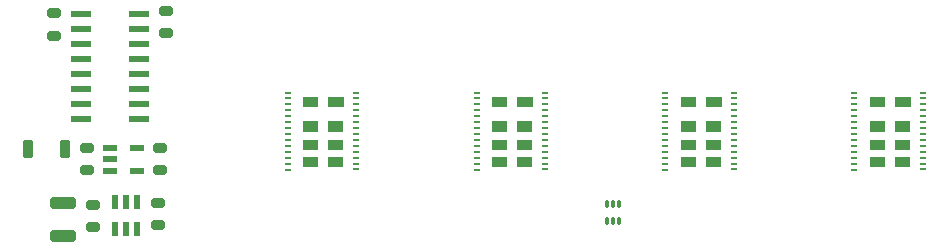
<source format=gtp>
G04 #@! TF.GenerationSoftware,KiCad,Pcbnew,7.0.7-7.0.7~ubuntu22.04.1*
G04 #@! TF.CreationDate,2024-03-13T22:54:31+01:00*
G04 #@! TF.ProjectId,flexaxe,666c6578-6178-4652-9e6b-696361645f70,rev?*
G04 #@! TF.SameCoordinates,Original*
G04 #@! TF.FileFunction,Paste,Top*
G04 #@! TF.FilePolarity,Positive*
%FSLAX46Y46*%
G04 Gerber Fmt 4.6, Leading zero omitted, Abs format (unit mm)*
G04 Created by KiCad (PCBNEW 7.0.7-7.0.7~ubuntu22.04.1) date 2024-03-13 22:54:31*
%MOMM*%
%LPD*%
G01*
G04 APERTURE LIST*
G04 Aperture macros list*
%AMRoundRect*
0 Rectangle with rounded corners*
0 $1 Rounding radius*
0 $2 $3 $4 $5 $6 $7 $8 $9 X,Y pos of 4 corners*
0 Add a 4 corners polygon primitive as box body*
4,1,4,$2,$3,$4,$5,$6,$7,$8,$9,$2,$3,0*
0 Add four circle primitives for the rounded corners*
1,1,$1+$1,$2,$3*
1,1,$1+$1,$4,$5*
1,1,$1+$1,$6,$7*
1,1,$1+$1,$8,$9*
0 Add four rect primitives between the rounded corners*
20,1,$1+$1,$2,$3,$4,$5,0*
20,1,$1+$1,$4,$5,$6,$7,0*
20,1,$1+$1,$6,$7,$8,$9,0*
20,1,$1+$1,$8,$9,$2,$3,0*%
G04 Aperture macros list end*
%ADD10C,0.001000*%
%ADD11RoundRect,0.150000X-0.430000X0.250000X-0.430000X-0.250000X0.430000X-0.250000X0.430000X0.250000X0*%
%ADD12R,0.633600X0.176800*%
%ADD13RoundRect,0.017500X0.222500X-0.512500X0.222500X0.512500X-0.222500X0.512500X-0.222500X-0.512500X0*%
%ADD14RoundRect,0.017500X-0.512500X-0.222500X0.512500X-0.222500X0.512500X0.222500X-0.512500X0.222500X0*%
%ADD15RoundRect,0.000000X-0.780000X-0.240000X0.780000X-0.240000X0.780000X0.240000X-0.780000X0.240000X0*%
%ADD16RoundRect,0.000000X0.120000X-0.268000X0.120000X0.268000X-0.120000X0.268000X-0.120000X-0.268000X0*%
%ADD17RoundRect,0.125000X-0.935000X0.375000X-0.935000X-0.375000X0.935000X-0.375000X0.935000X0.375000X0*%
%ADD18RoundRect,0.145000X-0.275000X-0.615000X0.275000X-0.615000X0.275000X0.615000X-0.275000X0.615000X0*%
G04 APERTURE END LIST*
D10*
X123454000Y-81425000D02*
X124654000Y-81425000D01*
X124654000Y-81425000D02*
X124654000Y-82215000D01*
X124654000Y-82215000D02*
X123454000Y-82215000D01*
X123454000Y-82215000D02*
X123454000Y-81425000D01*
G36*
X123454000Y-81425000D02*
G01*
X124654000Y-81425000D01*
X124654000Y-82215000D01*
X123454000Y-82215000D01*
X123454000Y-81425000D01*
G37*
X123454000Y-84455000D02*
X124654000Y-84455000D01*
X124654000Y-84455000D02*
X124654000Y-85245000D01*
X124654000Y-85245000D02*
X123454000Y-85245000D01*
X123454000Y-85245000D02*
X123454000Y-84455000D01*
G36*
X123454000Y-84455000D02*
G01*
X124654000Y-84455000D01*
X124654000Y-85245000D01*
X123454000Y-85245000D01*
X123454000Y-84455000D01*
G37*
X123474000Y-83015000D02*
X124674000Y-83015000D01*
X124674000Y-83015000D02*
X124674000Y-83805000D01*
X124674000Y-83805000D02*
X123474000Y-83805000D01*
X123474000Y-83805000D02*
X123474000Y-83015000D01*
G36*
X123474000Y-83015000D02*
G01*
X124674000Y-83015000D01*
X124674000Y-83805000D01*
X123474000Y-83805000D01*
X123474000Y-83015000D01*
G37*
X123504000Y-79345000D02*
X124704000Y-79345000D01*
X124704000Y-79345000D02*
X124704000Y-80135000D01*
X124704000Y-80135000D02*
X123504000Y-80135000D01*
X123504000Y-80135000D02*
X123504000Y-79345000D01*
G36*
X123504000Y-79345000D02*
G01*
X124704000Y-79345000D01*
X124704000Y-80135000D01*
X123504000Y-80135000D01*
X123504000Y-79345000D01*
G37*
X125584000Y-81420000D02*
X126784000Y-81420000D01*
X126784000Y-81420000D02*
X126784000Y-82210000D01*
X126784000Y-82210000D02*
X125584000Y-82210000D01*
X125584000Y-82210000D02*
X125584000Y-81420000D01*
G36*
X125584000Y-81420000D02*
G01*
X126784000Y-81420000D01*
X126784000Y-82210000D01*
X125584000Y-82210000D01*
X125584000Y-81420000D01*
G37*
X125584000Y-84450000D02*
X126784000Y-84450000D01*
X126784000Y-84450000D02*
X126784000Y-85240000D01*
X126784000Y-85240000D02*
X125584000Y-85240000D01*
X125584000Y-85240000D02*
X125584000Y-84450000D01*
G36*
X125584000Y-84450000D02*
G01*
X126784000Y-84450000D01*
X126784000Y-85240000D01*
X125584000Y-85240000D01*
X125584000Y-84450000D01*
G37*
X125604000Y-83010000D02*
X126804000Y-83010000D01*
X126804000Y-83010000D02*
X126804000Y-83800000D01*
X126804000Y-83800000D02*
X125604000Y-83800000D01*
X125604000Y-83800000D02*
X125604000Y-83010000D01*
G36*
X125604000Y-83010000D02*
G01*
X126804000Y-83010000D01*
X126804000Y-83800000D01*
X125604000Y-83800000D01*
X125604000Y-83010000D01*
G37*
X125634000Y-79340000D02*
X126834000Y-79340000D01*
X126834000Y-79340000D02*
X126834000Y-80130000D01*
X126834000Y-80130000D02*
X125634000Y-80130000D01*
X125634000Y-80130000D02*
X125634000Y-79340000D01*
G36*
X125634000Y-79340000D02*
G01*
X126834000Y-79340000D01*
X126834000Y-80130000D01*
X125634000Y-80130000D01*
X125634000Y-79340000D01*
G37*
X139454000Y-81425000D02*
X140654000Y-81425000D01*
X140654000Y-81425000D02*
X140654000Y-82215000D01*
X140654000Y-82215000D02*
X139454000Y-82215000D01*
X139454000Y-82215000D02*
X139454000Y-81425000D01*
G36*
X139454000Y-81425000D02*
G01*
X140654000Y-81425000D01*
X140654000Y-82215000D01*
X139454000Y-82215000D01*
X139454000Y-81425000D01*
G37*
X139454000Y-84455000D02*
X140654000Y-84455000D01*
X140654000Y-84455000D02*
X140654000Y-85245000D01*
X140654000Y-85245000D02*
X139454000Y-85245000D01*
X139454000Y-85245000D02*
X139454000Y-84455000D01*
G36*
X139454000Y-84455000D02*
G01*
X140654000Y-84455000D01*
X140654000Y-85245000D01*
X139454000Y-85245000D01*
X139454000Y-84455000D01*
G37*
X139474000Y-83015000D02*
X140674000Y-83015000D01*
X140674000Y-83015000D02*
X140674000Y-83805000D01*
X140674000Y-83805000D02*
X139474000Y-83805000D01*
X139474000Y-83805000D02*
X139474000Y-83015000D01*
G36*
X139474000Y-83015000D02*
G01*
X140674000Y-83015000D01*
X140674000Y-83805000D01*
X139474000Y-83805000D01*
X139474000Y-83015000D01*
G37*
X139504000Y-79345000D02*
X140704000Y-79345000D01*
X140704000Y-79345000D02*
X140704000Y-80135000D01*
X140704000Y-80135000D02*
X139504000Y-80135000D01*
X139504000Y-80135000D02*
X139504000Y-79345000D01*
G36*
X139504000Y-79345000D02*
G01*
X140704000Y-79345000D01*
X140704000Y-80135000D01*
X139504000Y-80135000D01*
X139504000Y-79345000D01*
G37*
X141584000Y-81420000D02*
X142784000Y-81420000D01*
X142784000Y-81420000D02*
X142784000Y-82210000D01*
X142784000Y-82210000D02*
X141584000Y-82210000D01*
X141584000Y-82210000D02*
X141584000Y-81420000D01*
G36*
X141584000Y-81420000D02*
G01*
X142784000Y-81420000D01*
X142784000Y-82210000D01*
X141584000Y-82210000D01*
X141584000Y-81420000D01*
G37*
X141584000Y-84450000D02*
X142784000Y-84450000D01*
X142784000Y-84450000D02*
X142784000Y-85240000D01*
X142784000Y-85240000D02*
X141584000Y-85240000D01*
X141584000Y-85240000D02*
X141584000Y-84450000D01*
G36*
X141584000Y-84450000D02*
G01*
X142784000Y-84450000D01*
X142784000Y-85240000D01*
X141584000Y-85240000D01*
X141584000Y-84450000D01*
G37*
X141604000Y-83010000D02*
X142804000Y-83010000D01*
X142804000Y-83010000D02*
X142804000Y-83800000D01*
X142804000Y-83800000D02*
X141604000Y-83800000D01*
X141604000Y-83800000D02*
X141604000Y-83010000D01*
G36*
X141604000Y-83010000D02*
G01*
X142804000Y-83010000D01*
X142804000Y-83800000D01*
X141604000Y-83800000D01*
X141604000Y-83010000D01*
G37*
X141634000Y-79340000D02*
X142834000Y-79340000D01*
X142834000Y-79340000D02*
X142834000Y-80130000D01*
X142834000Y-80130000D02*
X141634000Y-80130000D01*
X141634000Y-80130000D02*
X141634000Y-79340000D01*
G36*
X141634000Y-79340000D02*
G01*
X142834000Y-79340000D01*
X142834000Y-80130000D01*
X141634000Y-80130000D01*
X141634000Y-79340000D01*
G37*
X171454000Y-81425000D02*
X172654000Y-81425000D01*
X172654000Y-81425000D02*
X172654000Y-82215000D01*
X172654000Y-82215000D02*
X171454000Y-82215000D01*
X171454000Y-82215000D02*
X171454000Y-81425000D01*
G36*
X171454000Y-81425000D02*
G01*
X172654000Y-81425000D01*
X172654000Y-82215000D01*
X171454000Y-82215000D01*
X171454000Y-81425000D01*
G37*
X171454000Y-84455000D02*
X172654000Y-84455000D01*
X172654000Y-84455000D02*
X172654000Y-85245000D01*
X172654000Y-85245000D02*
X171454000Y-85245000D01*
X171454000Y-85245000D02*
X171454000Y-84455000D01*
G36*
X171454000Y-84455000D02*
G01*
X172654000Y-84455000D01*
X172654000Y-85245000D01*
X171454000Y-85245000D01*
X171454000Y-84455000D01*
G37*
X171474000Y-83015000D02*
X172674000Y-83015000D01*
X172674000Y-83015000D02*
X172674000Y-83805000D01*
X172674000Y-83805000D02*
X171474000Y-83805000D01*
X171474000Y-83805000D02*
X171474000Y-83015000D01*
G36*
X171474000Y-83015000D02*
G01*
X172674000Y-83015000D01*
X172674000Y-83805000D01*
X171474000Y-83805000D01*
X171474000Y-83015000D01*
G37*
X171504000Y-79345000D02*
X172704000Y-79345000D01*
X172704000Y-79345000D02*
X172704000Y-80135000D01*
X172704000Y-80135000D02*
X171504000Y-80135000D01*
X171504000Y-80135000D02*
X171504000Y-79345000D01*
G36*
X171504000Y-79345000D02*
G01*
X172704000Y-79345000D01*
X172704000Y-80135000D01*
X171504000Y-80135000D01*
X171504000Y-79345000D01*
G37*
X173584000Y-81420000D02*
X174784000Y-81420000D01*
X174784000Y-81420000D02*
X174784000Y-82210000D01*
X174784000Y-82210000D02*
X173584000Y-82210000D01*
X173584000Y-82210000D02*
X173584000Y-81420000D01*
G36*
X173584000Y-81420000D02*
G01*
X174784000Y-81420000D01*
X174784000Y-82210000D01*
X173584000Y-82210000D01*
X173584000Y-81420000D01*
G37*
X173584000Y-84450000D02*
X174784000Y-84450000D01*
X174784000Y-84450000D02*
X174784000Y-85240000D01*
X174784000Y-85240000D02*
X173584000Y-85240000D01*
X173584000Y-85240000D02*
X173584000Y-84450000D01*
G36*
X173584000Y-84450000D02*
G01*
X174784000Y-84450000D01*
X174784000Y-85240000D01*
X173584000Y-85240000D01*
X173584000Y-84450000D01*
G37*
X173604000Y-83010000D02*
X174804000Y-83010000D01*
X174804000Y-83010000D02*
X174804000Y-83800000D01*
X174804000Y-83800000D02*
X173604000Y-83800000D01*
X173604000Y-83800000D02*
X173604000Y-83010000D01*
G36*
X173604000Y-83010000D02*
G01*
X174804000Y-83010000D01*
X174804000Y-83800000D01*
X173604000Y-83800000D01*
X173604000Y-83010000D01*
G37*
X173634000Y-79340000D02*
X174834000Y-79340000D01*
X174834000Y-79340000D02*
X174834000Y-80130000D01*
X174834000Y-80130000D02*
X173634000Y-80130000D01*
X173634000Y-80130000D02*
X173634000Y-79340000D01*
G36*
X173634000Y-79340000D02*
G01*
X174834000Y-79340000D01*
X174834000Y-80130000D01*
X173634000Y-80130000D01*
X173634000Y-79340000D01*
G37*
X155454000Y-81425000D02*
X156654000Y-81425000D01*
X156654000Y-81425000D02*
X156654000Y-82215000D01*
X156654000Y-82215000D02*
X155454000Y-82215000D01*
X155454000Y-82215000D02*
X155454000Y-81425000D01*
G36*
X155454000Y-81425000D02*
G01*
X156654000Y-81425000D01*
X156654000Y-82215000D01*
X155454000Y-82215000D01*
X155454000Y-81425000D01*
G37*
X155454000Y-84455000D02*
X156654000Y-84455000D01*
X156654000Y-84455000D02*
X156654000Y-85245000D01*
X156654000Y-85245000D02*
X155454000Y-85245000D01*
X155454000Y-85245000D02*
X155454000Y-84455000D01*
G36*
X155454000Y-84455000D02*
G01*
X156654000Y-84455000D01*
X156654000Y-85245000D01*
X155454000Y-85245000D01*
X155454000Y-84455000D01*
G37*
X155474000Y-83015000D02*
X156674000Y-83015000D01*
X156674000Y-83015000D02*
X156674000Y-83805000D01*
X156674000Y-83805000D02*
X155474000Y-83805000D01*
X155474000Y-83805000D02*
X155474000Y-83015000D01*
G36*
X155474000Y-83015000D02*
G01*
X156674000Y-83015000D01*
X156674000Y-83805000D01*
X155474000Y-83805000D01*
X155474000Y-83015000D01*
G37*
X155504000Y-79345000D02*
X156704000Y-79345000D01*
X156704000Y-79345000D02*
X156704000Y-80135000D01*
X156704000Y-80135000D02*
X155504000Y-80135000D01*
X155504000Y-80135000D02*
X155504000Y-79345000D01*
G36*
X155504000Y-79345000D02*
G01*
X156704000Y-79345000D01*
X156704000Y-80135000D01*
X155504000Y-80135000D01*
X155504000Y-79345000D01*
G37*
X157584000Y-81420000D02*
X158784000Y-81420000D01*
X158784000Y-81420000D02*
X158784000Y-82210000D01*
X158784000Y-82210000D02*
X157584000Y-82210000D01*
X157584000Y-82210000D02*
X157584000Y-81420000D01*
G36*
X157584000Y-81420000D02*
G01*
X158784000Y-81420000D01*
X158784000Y-82210000D01*
X157584000Y-82210000D01*
X157584000Y-81420000D01*
G37*
X157584000Y-84450000D02*
X158784000Y-84450000D01*
X158784000Y-84450000D02*
X158784000Y-85240000D01*
X158784000Y-85240000D02*
X157584000Y-85240000D01*
X157584000Y-85240000D02*
X157584000Y-84450000D01*
G36*
X157584000Y-84450000D02*
G01*
X158784000Y-84450000D01*
X158784000Y-85240000D01*
X157584000Y-85240000D01*
X157584000Y-84450000D01*
G37*
X157604000Y-83010000D02*
X158804000Y-83010000D01*
X158804000Y-83010000D02*
X158804000Y-83800000D01*
X158804000Y-83800000D02*
X157604000Y-83800000D01*
X157604000Y-83800000D02*
X157604000Y-83010000D01*
G36*
X157604000Y-83010000D02*
G01*
X158804000Y-83010000D01*
X158804000Y-83800000D01*
X157604000Y-83800000D01*
X157604000Y-83010000D01*
G37*
X157634000Y-79340000D02*
X158834000Y-79340000D01*
X158834000Y-79340000D02*
X158834000Y-80130000D01*
X158834000Y-80130000D02*
X157634000Y-80130000D01*
X157634000Y-80130000D02*
X157634000Y-79340000D01*
G36*
X157634000Y-79340000D02*
G01*
X158834000Y-79340000D01*
X158834000Y-80130000D01*
X157634000Y-80130000D01*
X157634000Y-79340000D01*
G37*
D11*
X111229000Y-88300000D03*
X111229000Y-90200000D03*
D12*
X122168000Y-78987000D03*
X122168000Y-79489000D03*
X122168000Y-79991000D03*
X122168000Y-80493000D03*
X122168000Y-80995000D03*
X122168000Y-81497000D03*
X122168000Y-81999000D03*
X122168000Y-82501000D03*
X122168000Y-83003000D03*
X122168000Y-83505000D03*
X122168000Y-84007000D03*
X122168000Y-84509000D03*
X122168000Y-85011000D03*
X122168000Y-85513000D03*
X128000000Y-85500000D03*
X128000000Y-85000000D03*
X128000000Y-84500000D03*
X128000000Y-84000000D03*
X128000000Y-83500000D03*
X128000000Y-83003000D03*
X128000000Y-82500000D03*
X128000000Y-81999000D03*
X128000000Y-81497000D03*
X128000000Y-80995000D03*
X128000000Y-80493000D03*
X128000000Y-80000000D03*
X128000000Y-79489000D03*
X128000000Y-79000000D03*
D13*
X107529000Y-90525000D03*
X108479000Y-90525000D03*
X109429000Y-90525000D03*
X109429000Y-88250000D03*
X108479000Y-88250000D03*
X107529000Y-88250000D03*
D14*
X107113500Y-83706000D03*
X107113500Y-84656000D03*
X107113500Y-85606000D03*
X109388500Y-85606000D03*
X109388500Y-83706000D03*
D11*
X111887000Y-72056000D03*
X111887000Y-73956000D03*
D15*
X104640400Y-72320200D03*
X104640400Y-73590200D03*
X104640400Y-74860200D03*
X104640400Y-76130200D03*
X104640400Y-77400200D03*
X104640400Y-78670200D03*
X104640400Y-79940200D03*
X104640400Y-81210200D03*
X109590400Y-81210200D03*
X109590400Y-79940200D03*
X109590400Y-78670200D03*
X109590400Y-77400200D03*
X109590400Y-76130200D03*
X109590400Y-74860200D03*
X109590400Y-73590200D03*
X109590400Y-72320200D03*
D11*
X111351000Y-83688000D03*
X111351000Y-85588000D03*
X105151000Y-83688000D03*
X105151000Y-85588000D03*
D12*
X138168000Y-78987000D03*
X138168000Y-79489000D03*
X138168000Y-79991000D03*
X138168000Y-80493000D03*
X138168000Y-80995000D03*
X138168000Y-81497000D03*
X138168000Y-81999000D03*
X138168000Y-82501000D03*
X138168000Y-83003000D03*
X138168000Y-83505000D03*
X138168000Y-84007000D03*
X138168000Y-84509000D03*
X138168000Y-85011000D03*
X138168000Y-85513000D03*
X144000000Y-85500000D03*
X144000000Y-85000000D03*
X144000000Y-84500000D03*
X144000000Y-84000000D03*
X144000000Y-83500000D03*
X144000000Y-83003000D03*
X144000000Y-82500000D03*
X144000000Y-81999000D03*
X144000000Y-81497000D03*
X144000000Y-80995000D03*
X144000000Y-80493000D03*
X144000000Y-80000000D03*
X144000000Y-79489000D03*
X144000000Y-79000000D03*
D16*
X149243800Y-89888400D03*
X149743800Y-89888400D03*
X150243800Y-89888400D03*
X150243800Y-88408400D03*
X149743800Y-88408400D03*
X149243800Y-88408400D03*
D17*
X103129000Y-88350000D03*
X103129000Y-91150000D03*
D12*
X170168000Y-78987000D03*
X170168000Y-79489000D03*
X170168000Y-79991000D03*
X170168000Y-80493000D03*
X170168000Y-80995000D03*
X170168000Y-81497000D03*
X170168000Y-81999000D03*
X170168000Y-82501000D03*
X170168000Y-83003000D03*
X170168000Y-83505000D03*
X170168000Y-84007000D03*
X170168000Y-84509000D03*
X170168000Y-85011000D03*
X170168000Y-85513000D03*
X176000000Y-85500000D03*
X176000000Y-85000000D03*
X176000000Y-84500000D03*
X176000000Y-84000000D03*
X176000000Y-83500000D03*
X176000000Y-83003000D03*
X176000000Y-82500000D03*
X176000000Y-81999000D03*
X176000000Y-81497000D03*
X176000000Y-80995000D03*
X176000000Y-80493000D03*
X176000000Y-80000000D03*
X176000000Y-79489000D03*
X176000000Y-79000000D03*
X154168000Y-78987000D03*
X154168000Y-79489000D03*
X154168000Y-79991000D03*
X154168000Y-80493000D03*
X154168000Y-80995000D03*
X154168000Y-81497000D03*
X154168000Y-81999000D03*
X154168000Y-82501000D03*
X154168000Y-83003000D03*
X154168000Y-83505000D03*
X154168000Y-84007000D03*
X154168000Y-84509000D03*
X154168000Y-85011000D03*
X154168000Y-85513000D03*
X160000000Y-85500000D03*
X160000000Y-85000000D03*
X160000000Y-84500000D03*
X160000000Y-84000000D03*
X160000000Y-83500000D03*
X160000000Y-83003000D03*
X160000000Y-82500000D03*
X160000000Y-81999000D03*
X160000000Y-81497000D03*
X160000000Y-80995000D03*
X160000000Y-80493000D03*
X160000000Y-80000000D03*
X160000000Y-79489000D03*
X160000000Y-79000000D03*
D11*
X102396000Y-72263000D03*
X102396000Y-74163000D03*
D18*
X100159000Y-83750000D03*
X103309000Y-83750000D03*
D11*
X105729000Y-88492000D03*
X105729000Y-90392000D03*
M02*

</source>
